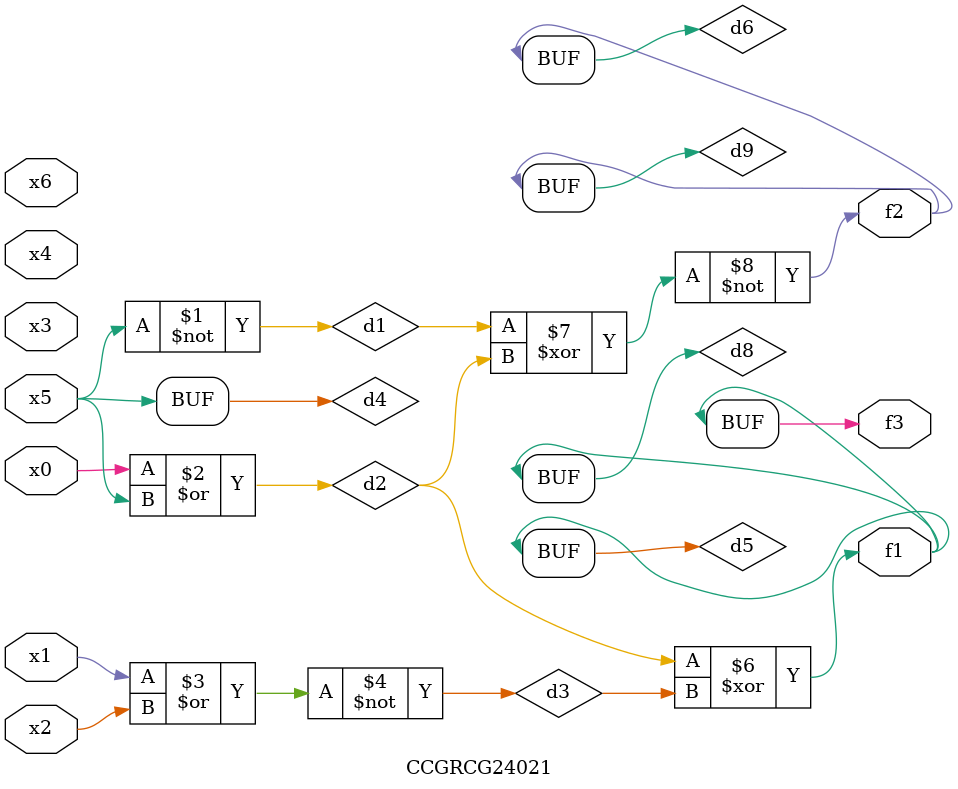
<source format=v>
module CCGRCG24021(
	input x0, x1, x2, x3, x4, x5, x6,
	output f1, f2, f3
);

	wire d1, d2, d3, d4, d5, d6, d7, d8, d9;

	nand (d1, x5);
	or (d2, x0, x5);
	nor (d3, x1, x2);
	xnor (d4, d1);
	xor (d5, d2, d3);
	xnor (d6, d1, d2);
	not (d7, x4);
	buf (d8, d5);
	xor (d9, d6);
	assign f1 = d8;
	assign f2 = d9;
	assign f3 = d8;
endmodule

</source>
